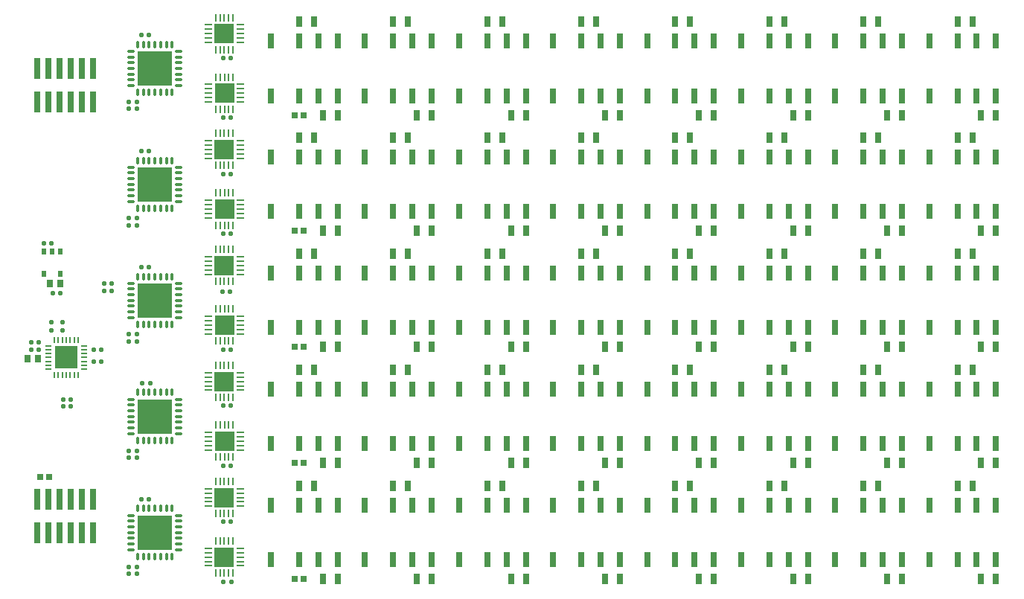
<source format=gtp>
G04*
G04 #@! TF.GenerationSoftware,Altium Limited,Altium Designer,20.0.9 (164)*
G04*
G04 Layer_Color=8421504*
%FSLAX25Y25*%
%MOIN*%
G70*
G01*
G75*
%ADD15O,0.02953X0.00787*%
%ADD16O,0.00787X0.02953*%
%ADD17R,0.09843X0.09843*%
%ADD18R,0.03150X0.05118*%
%ADD19R,0.02500X0.02500*%
%ADD20R,0.02756X0.06693*%
%ADD21O,0.03347X0.00984*%
%ADD22O,0.00984X0.03347*%
%ADD23R,0.09055X0.09055*%
G04:AMPARAMS|DCode=24|XSize=20.47mil|YSize=22.05mil|CornerRadius=5.12mil|HoleSize=0mil|Usage=FLASHONLY|Rotation=180.000|XOffset=0mil|YOffset=0mil|HoleType=Round|Shape=RoundedRectangle|*
%AMROUNDEDRECTD24*
21,1,0.02047,0.01181,0,0,180.0*
21,1,0.01024,0.02205,0,0,180.0*
1,1,0.01024,-0.00512,0.00591*
1,1,0.01024,0.00512,0.00591*
1,1,0.01024,0.00512,-0.00591*
1,1,0.01024,-0.00512,-0.00591*
%
%ADD24ROUNDEDRECTD24*%
%ADD25R,0.15472X0.15472*%
%ADD26O,0.03937X0.01181*%
%ADD27O,0.01181X0.03937*%
G04:AMPARAMS|DCode=28|XSize=20.47mil|YSize=22.05mil|CornerRadius=5.12mil|HoleSize=0mil|Usage=FLASHONLY|Rotation=90.000|XOffset=0mil|YOffset=0mil|HoleType=Round|Shape=RoundedRectangle|*
%AMROUNDEDRECTD28*
21,1,0.02047,0.01181,0,0,90.0*
21,1,0.01024,0.02205,0,0,90.0*
1,1,0.01024,0.00591,0.00512*
1,1,0.01024,0.00591,-0.00512*
1,1,0.01024,-0.00591,-0.00512*
1,1,0.01024,-0.00591,0.00512*
%
%ADD28ROUNDEDRECTD28*%
%ADD29R,0.02992X0.09449*%
%ADD30R,0.02165X0.03150*%
%ADD31R,0.02835X0.03543*%
%ADD32R,0.02756X0.03347*%
D15*
X36713Y119882D02*
D03*
Y121653D02*
D03*
Y123425D02*
D03*
X36713Y125197D02*
D03*
X36713Y126969D02*
D03*
Y128740D02*
D03*
Y130512D02*
D03*
X20768D02*
D03*
Y128740D02*
D03*
Y126969D02*
D03*
X20768Y125197D02*
D03*
X20768Y123425D02*
D03*
Y121653D02*
D03*
Y119882D02*
D03*
D16*
X34055Y133169D02*
D03*
X32283D02*
D03*
X30512D02*
D03*
X28740Y133169D02*
D03*
X26969Y133169D02*
D03*
X25197D02*
D03*
X23425D02*
D03*
Y117224D02*
D03*
X25197D02*
D03*
X26969D02*
D03*
X28740Y117224D02*
D03*
X30512Y117224D02*
D03*
X32283D02*
D03*
X34055D02*
D03*
D17*
X28740Y125197D02*
D03*
D18*
X143701Y233858D02*
D03*
X150394D02*
D03*
X185827D02*
D03*
X192520D02*
D03*
X227953D02*
D03*
X234646D02*
D03*
X270079D02*
D03*
X276772D02*
D03*
X312205D02*
D03*
X318898D02*
D03*
X354331D02*
D03*
X361024D02*
D03*
X396457D02*
D03*
X403150D02*
D03*
X438583D02*
D03*
X445276D02*
D03*
X133071Y275590D02*
D03*
X139764D02*
D03*
X175197D02*
D03*
X181890D02*
D03*
X217323D02*
D03*
X224016D02*
D03*
X259449D02*
D03*
X266142D02*
D03*
X301575D02*
D03*
X308268D02*
D03*
X343701D02*
D03*
X350394D02*
D03*
X385827D02*
D03*
X392520D02*
D03*
X427953D02*
D03*
X434646D02*
D03*
X143701Y181890D02*
D03*
X150394D02*
D03*
X185827D02*
D03*
X192520D02*
D03*
X227953D02*
D03*
X234646D02*
D03*
X270079D02*
D03*
X276772D02*
D03*
X312205D02*
D03*
X318898D02*
D03*
X354331D02*
D03*
X361024D02*
D03*
X396457D02*
D03*
X403150D02*
D03*
X438583D02*
D03*
X445276D02*
D03*
X133071Y223622D02*
D03*
X139764D02*
D03*
X175197D02*
D03*
X181890D02*
D03*
X217323D02*
D03*
X224016D02*
D03*
X259449D02*
D03*
X266142D02*
D03*
X301575D02*
D03*
X308268D02*
D03*
X343701D02*
D03*
X350394D02*
D03*
X385827D02*
D03*
X392520D02*
D03*
X427953D02*
D03*
X434646D02*
D03*
X143701Y129921D02*
D03*
X150394D02*
D03*
X185827D02*
D03*
X192520D02*
D03*
X227953D02*
D03*
X234646D02*
D03*
X270079D02*
D03*
X276772D02*
D03*
X312205D02*
D03*
X318898D02*
D03*
X354331D02*
D03*
X361024D02*
D03*
X396457D02*
D03*
X403150D02*
D03*
X438583D02*
D03*
X445276D02*
D03*
X133071Y171653D02*
D03*
X139764D02*
D03*
X175197D02*
D03*
X181890D02*
D03*
X217323D02*
D03*
X224016D02*
D03*
X259449D02*
D03*
X266142D02*
D03*
X301575D02*
D03*
X308268D02*
D03*
X343701D02*
D03*
X350394D02*
D03*
X385827D02*
D03*
X392520D02*
D03*
X427953D02*
D03*
X434646D02*
D03*
X143701Y77953D02*
D03*
X150394D02*
D03*
X185827D02*
D03*
X192520D02*
D03*
X227953D02*
D03*
X234646D02*
D03*
X270079D02*
D03*
X276772D02*
D03*
X312205D02*
D03*
X318898D02*
D03*
X354331D02*
D03*
X361024D02*
D03*
X396457D02*
D03*
X403150D02*
D03*
X438583D02*
D03*
X445276D02*
D03*
X133071Y119685D02*
D03*
X139764D02*
D03*
X175197D02*
D03*
X181890D02*
D03*
X217323D02*
D03*
X224016D02*
D03*
X259449D02*
D03*
X266142D02*
D03*
X301575D02*
D03*
X308268D02*
D03*
X343701D02*
D03*
X350394D02*
D03*
X385827D02*
D03*
X392520D02*
D03*
X427953D02*
D03*
X434646D02*
D03*
X143701Y25984D02*
D03*
X150394D02*
D03*
X185827D02*
D03*
X192520D02*
D03*
X227953D02*
D03*
X234646D02*
D03*
X270079D02*
D03*
X276772D02*
D03*
X312205D02*
D03*
X318898D02*
D03*
X354331D02*
D03*
X361024D02*
D03*
X396457D02*
D03*
X403150D02*
D03*
X438583D02*
D03*
X445276D02*
D03*
X133071Y67716D02*
D03*
X139764D02*
D03*
X175197D02*
D03*
X181890D02*
D03*
X217323D02*
D03*
X224016D02*
D03*
X259449D02*
D03*
X266142D02*
D03*
X301575D02*
D03*
X308268D02*
D03*
X343701D02*
D03*
X350394D02*
D03*
X385827D02*
D03*
X392520D02*
D03*
X427953D02*
D03*
X434646D02*
D03*
D19*
X135071Y233858D02*
D03*
X131071D02*
D03*
X135071Y181890D02*
D03*
X131071D02*
D03*
X135071Y129921D02*
D03*
X131071D02*
D03*
X135071Y77953D02*
D03*
X131071D02*
D03*
X135071Y25984D02*
D03*
X131071D02*
D03*
X17095Y71850D02*
D03*
X21094D02*
D03*
D20*
X120472Y242520D02*
D03*
X133071D02*
D03*
X141732D02*
D03*
X150394D02*
D03*
Y266929D02*
D03*
X141732D02*
D03*
X133071D02*
D03*
X120472D02*
D03*
X162598Y242520D02*
D03*
X175197D02*
D03*
X183858D02*
D03*
X192520D02*
D03*
Y266929D02*
D03*
X183858D02*
D03*
X175197D02*
D03*
X162598D02*
D03*
X204724Y242520D02*
D03*
X217323D02*
D03*
X225984D02*
D03*
X234646D02*
D03*
Y266929D02*
D03*
X225984D02*
D03*
X217323D02*
D03*
X204724D02*
D03*
X246850Y242520D02*
D03*
X259449D02*
D03*
X268110D02*
D03*
X276772D02*
D03*
Y266929D02*
D03*
X268110D02*
D03*
X259449D02*
D03*
X246850D02*
D03*
X288976Y242520D02*
D03*
X301575D02*
D03*
X310236D02*
D03*
X318898D02*
D03*
Y266929D02*
D03*
X310236D02*
D03*
X301575D02*
D03*
X288976D02*
D03*
X331102Y242520D02*
D03*
X343701D02*
D03*
X352362D02*
D03*
X361024D02*
D03*
Y266929D02*
D03*
X352362D02*
D03*
X343701D02*
D03*
X331102D02*
D03*
X373228Y242520D02*
D03*
X385827D02*
D03*
X394488D02*
D03*
X403150D02*
D03*
Y266929D02*
D03*
X394488D02*
D03*
X385827D02*
D03*
X373228D02*
D03*
X415354Y242520D02*
D03*
X427953D02*
D03*
X436614D02*
D03*
X445276D02*
D03*
Y266929D02*
D03*
X436614D02*
D03*
X427953D02*
D03*
X415354D02*
D03*
X120473Y190551D02*
D03*
X133071D02*
D03*
X141732D02*
D03*
X150394D02*
D03*
Y214961D02*
D03*
X141732D02*
D03*
X133071D02*
D03*
X120473D02*
D03*
X162599Y190551D02*
D03*
X175197D02*
D03*
X183858D02*
D03*
X192520D02*
D03*
Y214961D02*
D03*
X183858D02*
D03*
X175197D02*
D03*
X162599D02*
D03*
X204724Y190551D02*
D03*
X217323D02*
D03*
X225984D02*
D03*
X234646D02*
D03*
Y214961D02*
D03*
X225984D02*
D03*
X217323D02*
D03*
X204724D02*
D03*
X246850Y190551D02*
D03*
X259449D02*
D03*
X268110D02*
D03*
X276772D02*
D03*
Y214961D02*
D03*
X268110D02*
D03*
X259449D02*
D03*
X246850D02*
D03*
X288976Y190551D02*
D03*
X301575D02*
D03*
X310236D02*
D03*
X318898D02*
D03*
Y214961D02*
D03*
X310236D02*
D03*
X301575D02*
D03*
X288976D02*
D03*
X331102Y190551D02*
D03*
X343701D02*
D03*
X352362D02*
D03*
X361024D02*
D03*
Y214961D02*
D03*
X352362D02*
D03*
X343701D02*
D03*
X331102D02*
D03*
X373228Y190551D02*
D03*
X385827D02*
D03*
X394488D02*
D03*
X403150D02*
D03*
Y214961D02*
D03*
X394488D02*
D03*
X385827D02*
D03*
X373228D02*
D03*
X415354Y190551D02*
D03*
X427953D02*
D03*
X436614D02*
D03*
X445276D02*
D03*
Y214961D02*
D03*
X436614D02*
D03*
X427953D02*
D03*
X415354D02*
D03*
X120472Y138583D02*
D03*
X133071D02*
D03*
X141732D02*
D03*
X150394D02*
D03*
Y162992D02*
D03*
X141732D02*
D03*
X133071D02*
D03*
X120472D02*
D03*
X162598Y138583D02*
D03*
X175197D02*
D03*
X183858D02*
D03*
X192520D02*
D03*
Y162992D02*
D03*
X183858D02*
D03*
X175197D02*
D03*
X162598D02*
D03*
X204724Y138583D02*
D03*
X217323D02*
D03*
X225984D02*
D03*
X234646D02*
D03*
Y162992D02*
D03*
X225984D02*
D03*
X217323D02*
D03*
X204724D02*
D03*
X246850Y138583D02*
D03*
X259449D02*
D03*
X268110D02*
D03*
X276772D02*
D03*
Y162992D02*
D03*
X268110D02*
D03*
X259449D02*
D03*
X246850D02*
D03*
X288976Y138583D02*
D03*
X301575D02*
D03*
X310236D02*
D03*
X318898D02*
D03*
Y162992D02*
D03*
X310236D02*
D03*
X301575D02*
D03*
X288976D02*
D03*
X331102Y138583D02*
D03*
X343701D02*
D03*
X352362D02*
D03*
X361024D02*
D03*
Y162992D02*
D03*
X352362D02*
D03*
X343701D02*
D03*
X331102D02*
D03*
X373228Y138583D02*
D03*
X385827D02*
D03*
X394488D02*
D03*
X403150D02*
D03*
Y162992D02*
D03*
X394488D02*
D03*
X385827D02*
D03*
X373228D02*
D03*
X415354Y138583D02*
D03*
X427953D02*
D03*
X436614D02*
D03*
X445276D02*
D03*
Y162992D02*
D03*
X436614D02*
D03*
X427953D02*
D03*
X415354D02*
D03*
X120472Y86614D02*
D03*
X133071D02*
D03*
X141732D02*
D03*
X150394D02*
D03*
Y111024D02*
D03*
X141732D02*
D03*
X133071D02*
D03*
X120472D02*
D03*
X162598Y86614D02*
D03*
X175197D02*
D03*
X183858D02*
D03*
X192520D02*
D03*
Y111024D02*
D03*
X183858D02*
D03*
X175197D02*
D03*
X162598D02*
D03*
X204724Y86614D02*
D03*
X217323D02*
D03*
X225984D02*
D03*
X234646D02*
D03*
Y111024D02*
D03*
X225984D02*
D03*
X217323D02*
D03*
X204724D02*
D03*
X246850Y86614D02*
D03*
X259449D02*
D03*
X268110D02*
D03*
X276772D02*
D03*
Y111024D02*
D03*
X268110D02*
D03*
X259449D02*
D03*
X246850D02*
D03*
X288976Y86614D02*
D03*
X301575D02*
D03*
X310236D02*
D03*
X318898D02*
D03*
Y111024D02*
D03*
X310236D02*
D03*
X301575D02*
D03*
X288976D02*
D03*
X331102Y86614D02*
D03*
X343701D02*
D03*
X352362D02*
D03*
X361024D02*
D03*
Y111024D02*
D03*
X352362D02*
D03*
X343701D02*
D03*
X331102D02*
D03*
X373228Y86614D02*
D03*
X385827D02*
D03*
X394488D02*
D03*
X403150D02*
D03*
Y111024D02*
D03*
X394488D02*
D03*
X385827D02*
D03*
X373228D02*
D03*
X415354Y86614D02*
D03*
X427953D02*
D03*
X436614D02*
D03*
X445276D02*
D03*
Y111024D02*
D03*
X436614D02*
D03*
X427953D02*
D03*
X415354D02*
D03*
X120472Y34646D02*
D03*
X133071D02*
D03*
X141732D02*
D03*
X150394D02*
D03*
Y59055D02*
D03*
X141732D02*
D03*
X133071D02*
D03*
X120472D02*
D03*
X162598Y34646D02*
D03*
X175197D02*
D03*
X183858D02*
D03*
X192520D02*
D03*
Y59055D02*
D03*
X183858D02*
D03*
X175197D02*
D03*
X162598D02*
D03*
X204724Y34646D02*
D03*
X217323D02*
D03*
X225984D02*
D03*
X234646D02*
D03*
Y59055D02*
D03*
X225984D02*
D03*
X217323D02*
D03*
X204724D02*
D03*
X246850Y34646D02*
D03*
X259449D02*
D03*
X268110D02*
D03*
X276772D02*
D03*
Y59055D02*
D03*
X268110D02*
D03*
X259449D02*
D03*
X246850D02*
D03*
X288976Y34646D02*
D03*
X301575D02*
D03*
X310236D02*
D03*
X318898D02*
D03*
Y59055D02*
D03*
X310236D02*
D03*
X301575D02*
D03*
X288976D02*
D03*
X331102Y34646D02*
D03*
X343701D02*
D03*
X352362D02*
D03*
X361024D02*
D03*
Y59055D02*
D03*
X352362D02*
D03*
X343701D02*
D03*
X331102D02*
D03*
X373228Y34646D02*
D03*
X385827D02*
D03*
X394488D02*
D03*
X403150D02*
D03*
Y59055D02*
D03*
X394488D02*
D03*
X385827D02*
D03*
X373228D02*
D03*
X415354Y34646D02*
D03*
X427953D02*
D03*
X436614D02*
D03*
X445276D02*
D03*
Y59055D02*
D03*
X436614D02*
D03*
X427953D02*
D03*
X415354D02*
D03*
D21*
X92421Y66437D02*
D03*
Y64468D02*
D03*
Y62500D02*
D03*
Y60532D02*
D03*
Y58563D02*
D03*
X106791D02*
D03*
Y60532D02*
D03*
Y62500D02*
D03*
Y64468D02*
D03*
Y66437D02*
D03*
X92421Y118415D02*
D03*
Y116446D02*
D03*
Y114478D02*
D03*
Y112509D02*
D03*
Y110541D02*
D03*
X106791D02*
D03*
Y112509D02*
D03*
Y114478D02*
D03*
Y116446D02*
D03*
Y118415D02*
D03*
X92421Y170348D02*
D03*
Y168379D02*
D03*
Y166411D02*
D03*
Y164442D02*
D03*
Y162474D02*
D03*
X106791D02*
D03*
Y164442D02*
D03*
Y166411D02*
D03*
Y168379D02*
D03*
Y170348D02*
D03*
X92421Y222323D02*
D03*
Y220354D02*
D03*
Y218386D02*
D03*
Y216417D02*
D03*
Y214449D02*
D03*
X106791D02*
D03*
Y216417D02*
D03*
Y218386D02*
D03*
Y220354D02*
D03*
Y222323D02*
D03*
X92421Y274250D02*
D03*
Y272281D02*
D03*
Y270313D02*
D03*
Y268344D02*
D03*
Y266376D02*
D03*
X106791D02*
D03*
Y268344D02*
D03*
Y270313D02*
D03*
Y272281D02*
D03*
Y274250D02*
D03*
X92457Y247592D02*
D03*
Y245623D02*
D03*
Y243655D02*
D03*
Y241686D02*
D03*
Y239718D02*
D03*
X106827D02*
D03*
Y241686D02*
D03*
Y243655D02*
D03*
Y245623D02*
D03*
Y247592D02*
D03*
X92457Y195623D02*
D03*
Y193655D02*
D03*
Y191686D02*
D03*
Y189718D02*
D03*
Y187749D02*
D03*
X106827D02*
D03*
Y189718D02*
D03*
Y191686D02*
D03*
Y193655D02*
D03*
Y195623D02*
D03*
X92457Y143655D02*
D03*
X92457Y141686D02*
D03*
Y139718D02*
D03*
Y137749D02*
D03*
X92457Y135781D02*
D03*
X106827D02*
D03*
Y137749D02*
D03*
Y139718D02*
D03*
Y141686D02*
D03*
Y143655D02*
D03*
X92457Y91686D02*
D03*
Y89718D02*
D03*
Y87749D02*
D03*
Y85781D02*
D03*
Y83812D02*
D03*
X106827D02*
D03*
Y85781D02*
D03*
Y87749D02*
D03*
Y89718D02*
D03*
Y91686D02*
D03*
X92421Y39764D02*
D03*
Y37795D02*
D03*
Y35827D02*
D03*
Y33858D02*
D03*
Y31890D02*
D03*
X106791D02*
D03*
X106791Y33858D02*
D03*
Y35827D02*
D03*
Y37795D02*
D03*
X106791Y39764D02*
D03*
D22*
X95669Y55315D02*
D03*
X97638D02*
D03*
X99606D02*
D03*
X101575D02*
D03*
X103543D02*
D03*
Y69685D02*
D03*
X101575D02*
D03*
X99606D02*
D03*
X97638D02*
D03*
X95669D02*
D03*
Y107293D02*
D03*
X97638D02*
D03*
X99606D02*
D03*
X101575D02*
D03*
X103543D02*
D03*
Y121663D02*
D03*
X101575D02*
D03*
X99606D02*
D03*
X97638D02*
D03*
X95669D02*
D03*
Y159226D02*
D03*
X97638D02*
D03*
X99606D02*
D03*
X101575D02*
D03*
X103543D02*
D03*
Y173596D02*
D03*
X101575D02*
D03*
X99606D02*
D03*
X97638D02*
D03*
X95669D02*
D03*
X95669Y211201D02*
D03*
X97638D02*
D03*
X99606D02*
D03*
X101575D02*
D03*
X103543D02*
D03*
Y225571D02*
D03*
X101575D02*
D03*
X99606D02*
D03*
X97638D02*
D03*
X95669D02*
D03*
X95669Y263128D02*
D03*
X97638D02*
D03*
X99606D02*
D03*
X101575D02*
D03*
X103543D02*
D03*
Y277498D02*
D03*
X101575D02*
D03*
X99606D02*
D03*
X97638D02*
D03*
X95669D02*
D03*
X95705Y236470D02*
D03*
X97673D02*
D03*
X99642D02*
D03*
X101610D02*
D03*
X103579D02*
D03*
Y250840D02*
D03*
X101610D02*
D03*
X99642D02*
D03*
X97673D02*
D03*
X95705D02*
D03*
Y184501D02*
D03*
X97673D02*
D03*
X99642D02*
D03*
X101610D02*
D03*
X103579D02*
D03*
Y198871D02*
D03*
X101610D02*
D03*
X99642D02*
D03*
X97673D02*
D03*
X95705D02*
D03*
Y132533D02*
D03*
X97673D02*
D03*
X99642D02*
D03*
X101610D02*
D03*
X103579D02*
D03*
Y146903D02*
D03*
X101610D02*
D03*
X99642D02*
D03*
X97673D02*
D03*
X95705D02*
D03*
Y80564D02*
D03*
X97673D02*
D03*
X99642D02*
D03*
X101610D02*
D03*
X103579D02*
D03*
Y94934D02*
D03*
X101610D02*
D03*
X99642D02*
D03*
X97673D02*
D03*
X95705D02*
D03*
X95669Y28642D02*
D03*
X97638D02*
D03*
X99606Y28642D02*
D03*
X101575D02*
D03*
X103543Y28642D02*
D03*
Y43012D02*
D03*
X101575D02*
D03*
X99606D02*
D03*
X97638D02*
D03*
X95669D02*
D03*
D23*
X99606Y62500D02*
D03*
Y114478D02*
D03*
Y166411D02*
D03*
X99606Y218386D02*
D03*
X99606Y270313D02*
D03*
X99642Y243655D02*
D03*
Y191686D02*
D03*
Y139718D02*
D03*
Y87749D02*
D03*
X99606Y35827D02*
D03*
D24*
X62835Y113779D02*
D03*
X66299D02*
D03*
X60394Y80315D02*
D03*
X56929D02*
D03*
X60394Y83465D02*
D03*
X56929Y83465D02*
D03*
X102520Y103543D02*
D03*
X99055D02*
D03*
X102520Y51575D02*
D03*
X99055D02*
D03*
X62441Y165748D02*
D03*
X65905D02*
D03*
X60319Y184491D02*
D03*
X56854D02*
D03*
X60319Y187640D02*
D03*
X56854D02*
D03*
X102520Y180709D02*
D03*
X99055D02*
D03*
X102520Y259449D02*
D03*
X99055D02*
D03*
X62441Y217717D02*
D03*
X65905D02*
D03*
X60394Y236614D02*
D03*
X56929D02*
D03*
X60394Y239764D02*
D03*
X56929D02*
D03*
X102520Y76772D02*
D03*
X99055D02*
D03*
X102520Y232677D02*
D03*
X99055D02*
D03*
X62441Y269685D02*
D03*
X65905D02*
D03*
X60394Y132480D02*
D03*
X56929D02*
D03*
X60394Y135630D02*
D03*
X56929D02*
D03*
X102126Y154724D02*
D03*
X98661D02*
D03*
X13032Y131890D02*
D03*
X16496D02*
D03*
X44449Y128740D02*
D03*
X40984D02*
D03*
X102520D02*
D03*
X99055D02*
D03*
X62441Y61811D02*
D03*
X65905D02*
D03*
X60394Y28346D02*
D03*
X56929D02*
D03*
X60394Y31496D02*
D03*
X56929Y31496D02*
D03*
X102520Y207480D02*
D03*
X99055D02*
D03*
X45709Y158268D02*
D03*
X49173D02*
D03*
X45709Y155118D02*
D03*
X49173D02*
D03*
X27402Y103347D02*
D03*
X30866D02*
D03*
X27402Y106299D02*
D03*
X30866Y106299D02*
D03*
X26142Y154134D02*
D03*
X22677D02*
D03*
X18740Y176378D02*
D03*
X22205D02*
D03*
X16496Y128740D02*
D03*
X13032D02*
D03*
X40984Y123425D02*
D03*
X44449D02*
D03*
X102624Y24810D02*
D03*
X99159D02*
D03*
D25*
X68504Y98819D02*
D03*
Y202756D02*
D03*
Y254724D02*
D03*
Y150787D02*
D03*
Y46850D02*
D03*
D26*
X79232Y106496D02*
D03*
Y103937D02*
D03*
Y101378D02*
D03*
Y98819D02*
D03*
Y96260D02*
D03*
Y93701D02*
D03*
Y91142D02*
D03*
X57776D02*
D03*
Y93701D02*
D03*
Y96260D02*
D03*
Y98819D02*
D03*
Y101378D02*
D03*
Y103937D02*
D03*
Y106496D02*
D03*
X79232Y210433D02*
D03*
Y207874D02*
D03*
Y205315D02*
D03*
Y202756D02*
D03*
Y200197D02*
D03*
Y197638D02*
D03*
Y195079D02*
D03*
X57776D02*
D03*
Y197638D02*
D03*
Y200197D02*
D03*
Y202756D02*
D03*
Y205315D02*
D03*
Y207874D02*
D03*
Y210433D02*
D03*
X79232Y262402D02*
D03*
Y259842D02*
D03*
Y257283D02*
D03*
Y254724D02*
D03*
Y252165D02*
D03*
Y249606D02*
D03*
Y247047D02*
D03*
X57776D02*
D03*
Y249606D02*
D03*
Y252165D02*
D03*
Y254724D02*
D03*
Y257283D02*
D03*
Y259842D02*
D03*
Y262402D02*
D03*
X79232Y158465D02*
D03*
Y155905D02*
D03*
Y153347D02*
D03*
Y150787D02*
D03*
Y148228D02*
D03*
Y145669D02*
D03*
Y143110D02*
D03*
X57776D02*
D03*
Y145669D02*
D03*
Y148228D02*
D03*
Y150787D02*
D03*
Y153347D02*
D03*
Y155905D02*
D03*
Y158465D02*
D03*
X79232Y54528D02*
D03*
Y51968D02*
D03*
Y49409D02*
D03*
Y46850D02*
D03*
Y44291D02*
D03*
Y41732D02*
D03*
Y39173D02*
D03*
X57776D02*
D03*
Y41732D02*
D03*
Y44291D02*
D03*
Y46850D02*
D03*
Y49409D02*
D03*
Y51968D02*
D03*
Y54528D02*
D03*
D27*
X76181Y88091D02*
D03*
X73622D02*
D03*
X71063D02*
D03*
X68504D02*
D03*
X65945D02*
D03*
X63386D02*
D03*
X60827D02*
D03*
Y109547D02*
D03*
X63386D02*
D03*
X65945D02*
D03*
X68504D02*
D03*
X71063D02*
D03*
X73622D02*
D03*
X76181D02*
D03*
Y192028D02*
D03*
X73622D02*
D03*
X71063D02*
D03*
X68504D02*
D03*
X65945D02*
D03*
X63386D02*
D03*
X60827D02*
D03*
Y213484D02*
D03*
X63386D02*
D03*
X65945D02*
D03*
X68504D02*
D03*
X71063D02*
D03*
X73622D02*
D03*
X76181D02*
D03*
Y243996D02*
D03*
X73622D02*
D03*
X71063D02*
D03*
X68504D02*
D03*
X65945D02*
D03*
X63386D02*
D03*
X60827D02*
D03*
Y265453D02*
D03*
X63386D02*
D03*
X65945D02*
D03*
X68504D02*
D03*
X71063D02*
D03*
X73622D02*
D03*
X76181D02*
D03*
Y140059D02*
D03*
X73622D02*
D03*
X71063D02*
D03*
X68504D02*
D03*
X65945D02*
D03*
X63386D02*
D03*
X60827D02*
D03*
Y161516D02*
D03*
X63386D02*
D03*
X65945D02*
D03*
X68504D02*
D03*
X71063D02*
D03*
X73622D02*
D03*
X76181D02*
D03*
Y36122D02*
D03*
X73622D02*
D03*
X71063D02*
D03*
X68504D02*
D03*
X65945D02*
D03*
X63386D02*
D03*
X60827D02*
D03*
Y57579D02*
D03*
X63386D02*
D03*
X65945D02*
D03*
X68504D02*
D03*
X71063D02*
D03*
X73622D02*
D03*
X76181D02*
D03*
D28*
X26969Y140905D02*
D03*
Y137441D02*
D03*
X22047Y140905D02*
D03*
Y137441D02*
D03*
D29*
X40748Y254724D02*
D03*
Y239724D02*
D03*
X35748Y254724D02*
D03*
Y239724D02*
D03*
X30748Y254724D02*
D03*
Y239724D02*
D03*
X25748Y254724D02*
D03*
Y239724D02*
D03*
X20748Y254724D02*
D03*
Y239724D02*
D03*
X15748Y254724D02*
D03*
Y239724D02*
D03*
X40748Y61850D02*
D03*
Y46850D02*
D03*
X35748Y61850D02*
D03*
Y46850D02*
D03*
X30748Y61850D02*
D03*
Y46850D02*
D03*
X25748Y61850D02*
D03*
Y46850D02*
D03*
X20748Y61850D02*
D03*
Y46850D02*
D03*
X15748Y61850D02*
D03*
Y46850D02*
D03*
D30*
X18701Y162795D02*
D03*
X26181Y162795D02*
D03*
X18701Y172638D02*
D03*
X22441Y172638D02*
D03*
X26181D02*
D03*
D31*
X26181Y158268D02*
D03*
X21457D02*
D03*
D32*
X11417Y124606D02*
D03*
X16142D02*
D03*
M02*

</source>
